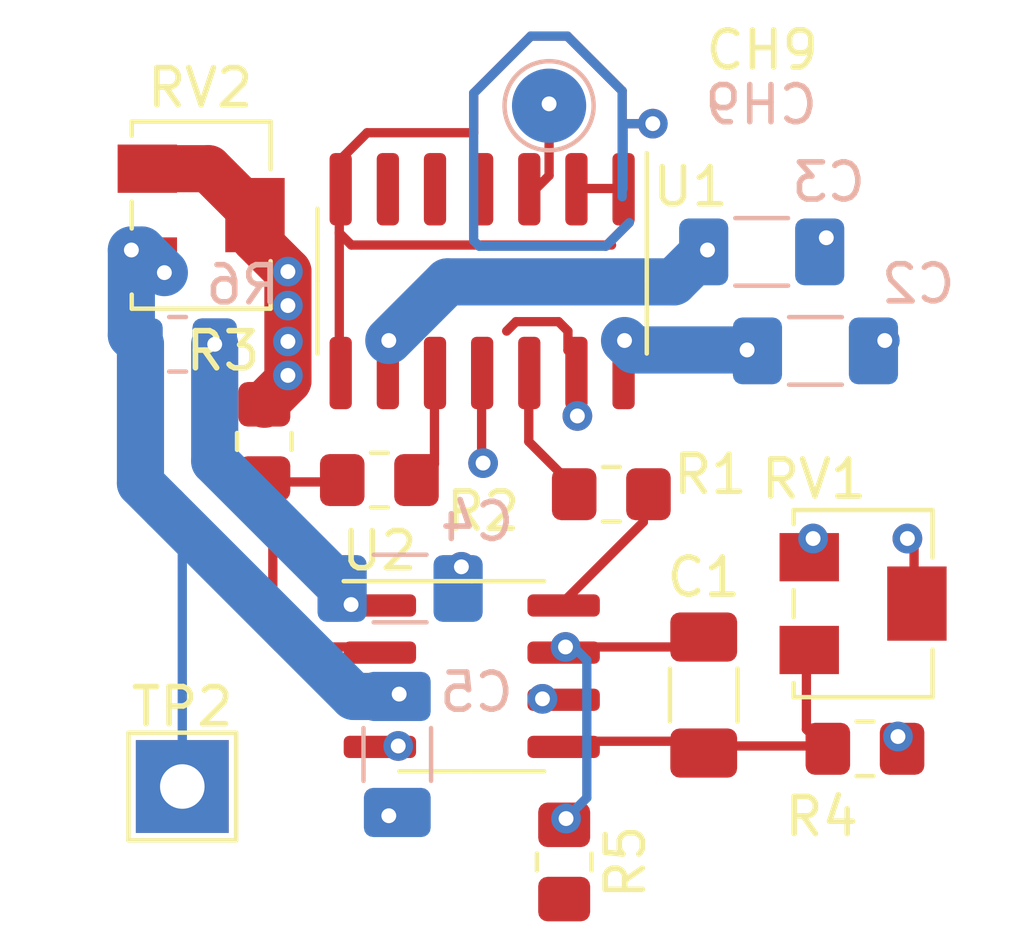
<source format=kicad_pcb>
(kicad_pcb (version 20211014) (generator pcbnew)
  (layers (0 "F.Cu" signal) (1 "In1.Cu" signal) (2 "In2.Cu" signal) (31 "B.Cu" signal) (34 "B.Paste" user) (35 "F.Paste" user) (36 "B.SilkS" user "B.Silkscreen") (37 "F.SilkS" user "F.Silkscreen") (38 "B.Mask" user) (39 "F.Mask" user) (44 "Edge.Cuts" user))
  (net 0 "")
  (net 1 "Net-(C1-Pad1)")
  (net 2 "/CH-OUT")
  (net 3 "Net-(R1-Pad1)")
  (net 4 "Net-(R1-Pad2)")
  (net 5 "Net-(R2-Pad1)")
  (net 6 "Net-(R2-Pad2)")
  (net 7 "GND")
  (net 8 "GNDD")
  (net 9 "/CH-IN")
  (net 13 "-15V")
  (net 14 "+5V")
  (net 15 "+15V")
  (net 16 "+9V")
  (net 17 "VDD")
  (net 18 "Net-(C1-Pad2)")
  (footprint "Resistor_SMD:R_0805_2012Metric_Pad1.20x1.40mm_HandSolder" (layer "F.Cu") (at 106.0196 122.5042 -90)
    (fp_text reference "R5" (at 0 -1.65 90) (layer "F.SilkS"))
    (fp_text value "50")
    (fp_line (start -0.227064 -0.735) (end 0.227064 -0.735) (layer "F.SilkS") (width 0.12))
    (fp_line (start -0.227064 0.735) (end 0.227064 0.735) (layer "F.SilkS") (width 0.12))
    (pad "1" smd roundrect (at -1 0 270) (size 1.2 1.4) (layers "F.Cu" "F.Paste" "F.Mask") (roundrect_rratio 0.208333) (net 18 "Net-(C1-Pad2)"))
    (pad "2" smd roundrect (at 1 0 270) (size 1.2 1.4) (layers "F.Cu" "F.Paste" "F.Mask") (roundrect_rratio 0.208333) (net 2 "/CH-OUT"))
  )
  (footprint "Potentiometer_SMD:Potentiometer_Bourns_3214W_Vertical" (layer "F.Cu") (at 96.2406 105.0798 90)
    (fp_text reference "RV2" (at 3.429 -0.0254 180) (layer "F.SilkS"))
    (fp_text value "0->10k")
    (fp_line (start 1.24 1.87) (end 2.52 1.87) (layer "F.SilkS") (width 0.12))
    (fp_line (start -0.36 -1.87) (end 0.36 -1.87) (layer "F.SilkS") (width 0.12))
    (fp_line (start -2.52 -1.87) (end -2.14 -1.87) (layer "F.SilkS") (width 0.12))
    (fp_line (start -2.52 1.87) (end -1.24 1.87) (layer "F.SilkS") (width 0.12))
    (fp_line (start 2.14 -1.87) (end 2.52 -1.87) (layer "F.SilkS") (width 0.12))
    (fp_line (start 2.52 -1.87) (end 2.52 1.87) (layer "F.SilkS") (width 0.12))
    (fp_line (start -2.52 -1.87) (end -2.52 1.87) (layer "F.SilkS") (width 0.12))
    (pad "1" smd rect (at 1.25 -1.45 90) (size 1.3 1.6) (layers "F.Cu" "F.Paste" "F.Mask") (net 7 "GND"))
    (pad "2" smd rect (at 0 1.45 90) (size 2 1.6) (layers "F.Cu" "F.Paste" "F.Mask") (net 7 "GND"))
    (pad "3" smd rect (at -1.25 -1.45 90) (size 1.3 1.6) (layers "F.Cu" "F.Paste" "F.Mask") (net 17 "VDD"))
  )
  (footprint "Resistor_SMD:R_0805_2012Metric_Pad1.20x1.40mm_HandSolder" (layer "F.Cu") (at 114.1222 119.4562)
    (fp_text reference "R4" (at -1.1684 1.8288) (layer "F.SilkS"))
    (fp_text value "2.2k")
    (fp_line (start -0.227064 0.735) (end 0.227064 0.735) (layer "F.SilkS") (width 0.12))
    (fp_line (start -0.227064 -0.735) (end 0.227064 -0.735) (layer "F.SilkS") (width 0.12))
    (pad "1" smd roundrect (at -1 0) (size 1.2 1.4) (layers "F.Cu" "F.Paste" "F.Mask") (roundrect_rratio 0.208333) (net 1 "Net-(C1-Pad1)"))
    (pad "2" smd roundrect (at 1 0) (size 1.2 1.4) (layers "F.Cu" "F.Paste" "F.Mask") (roundrect_rratio 0.208333) (net 8 "GNDD"))
  )
  (footprint "TestPoint:TestPoint_THTPad_2.5x2.5mm_Drill1.2mm" (layer "F.Cu") (at 95.7326 120.4722)
    (fp_text reference "TP2" (at 0 -2.148) (layer "F.SilkS"))
    (fp_text value "TestPoint_Alt")
    (fp_line (start 1.45 1.45) (end -1.45 1.45) (layer "F.SilkS") (width 0.12))
    (fp_line (start -1.45 1.45) (end -1.45 -1.45) (layer "F.SilkS") (width 0.12))
    (fp_line (start -1.45 -1.45) (end 1.45 -1.45) (layer "F.SilkS") (width 0.12))
    (fp_line (start 1.45 -1.45) (end 1.45 1.45) (layer "F.SilkS") (width 0.12))
    (pad "1" thru_hole rect (at 0 0) (size 2.5 2.5) (drill 1.2) (layers *.Cu *.Mask) (net 17 "VDD"))
  )
  (footprint "Resistor_SMD:R_0805_2012Metric_Pad1.20x1.40mm_HandSolder" (layer "F.Cu") (at 107.2896 112.5982)
    (fp_text reference "R1" (at 2.667 -0.5334) (layer "F.SilkS"))
    (fp_text value "50")
    (fp_line (start -0.227064 0.735) (end 0.227064 0.735) (layer "F.SilkS") (width 0.12))
    (fp_line (start -0.227064 -0.735) (end 0.227064 -0.735) (layer "F.SilkS") (width 0.12))
    (pad "1" smd roundrect (at -1 0) (size 1.2 1.4) (layers "F.Cu" "F.Paste" "F.Mask") (roundrect_rratio 0.208333) (net 3 "Net-(R1-Pad1)"))
    (pad "2" smd roundrect (at 1 0) (size 1.2 1.4) (layers "F.Cu" "F.Paste" "F.Mask") (roundrect_rratio 0.208333) (net 4 "Net-(R1-Pad2)"))
  )
  (footprint "Package_SO:SOIC-8_3.9x4.9mm_P1.27mm" (layer "F.Cu") (at 103.5304 117.5004)
    (fp_text reference "U2" (at -2.4892 -3.3782) (layer "F.SilkS"))
    (fp_text value "AD8561")
    (fp_line (start 0 -2.56) (end -3.45 -2.56) (layer "F.SilkS") (width 0.12))
    (fp_line (start 0 -2.56) (end 1.95 -2.56) (layer "F.SilkS") (width 0.12))
    (fp_line (start 0 2.56) (end -1.95 2.56) (layer "F.SilkS") (width 0.12))
    (fp_line (start 0 2.56) (end 1.95 2.56) (layer "F.SilkS") (width 0.12))
    (pad "1" smd roundrect (at -2.475 -1.905) (size 1.95 0.6) (layers "F.Cu" "F.Paste" "F.Mask") (net 16 "+9V"))
    (pad "2" smd roundrect (at -2.475 -0.635) (size 1.95 0.6) (layers "F.Cu" "F.Paste" "F.Mask") (net 6 "Net-(R2-Pad2)"))
    (pad "3" smd roundrect (at -2.475 0.635) (size 1.95 0.6) (layers "F.Cu" "F.Paste" "F.Mask") (net 17 "VDD"))
    (pad "4" smd roundrect (at -2.475 1.905) (size 1.95 0.6) (layers "F.Cu" "F.Paste" "F.Mask") (net 7 "GND"))
    (pad "5" smd roundrect (at 2.475 1.905) (size 1.95 0.6) (layers "F.Cu" "F.Paste" "F.Mask") (net 1 "Net-(C1-Pad1)"))
    (pad "6" smd roundrect (at 2.475 0.635) (size 1.95 0.6) (layers "F.Cu" "F.Paste" "F.Mask") (net 8 "GNDD"))
    (pad "7" smd roundrect (at 2.475 -0.635) (size 1.95 0.6) (layers "F.Cu" "F.Paste" "F.Mask") (net 18 "Net-(C1-Pad2)"))
    (pad "8" smd roundrect (at 2.475 -1.905) (size 1.95 0.6) (layers "F.Cu" "F.Paste" "F.Mask") (net 4 "Net-(R1-Pad2)"))
  )
  (footprint "Capacitor_SMD:C_1206_3216Metric_Pad1.33x1.80mm_HandSolder" (layer "F.Cu") (at 109.7788 118.0084 90)
    (fp_text reference "C1" (at 3.175 0 180) (layer "F.SilkS"))
    (fp_text value "10n")
    (fp_line (start -0.711252 0.91) (end 0.711252 0.91) (layer "F.SilkS") (width 0.12))
    (fp_line (start -0.711252 -0.91) (end 0.711252 -0.91) (layer "F.SilkS") (width 0.12))
    (pad "1" smd roundrect (at -1.5625 0 90) (size 1.325 1.8) (layers "F.Cu" "F.Paste" "F.Mask") (roundrect_rratio 0.188679) (net 1 "Net-(C1-Pad1)"))
    (pad "2" smd roundrect (at 1.5625 0 90) (size 1.325 1.8) (layers "F.Cu" "F.Paste" "F.Mask") (roundrect_rratio 0.188679) (net 18 "Net-(C1-Pad2)"))
  )
  (footprint "Package_SO:SOIC-14_3.9x8.7mm_P1.27mm" (layer "F.Cu") (at 103.8098 106.8578 -90)
    (fp_text reference "U1" (at -2.54 -5.6134 180) (layer "F.SilkS"))
    (fp_text value "IVC102")
    (fp_line (start 0 4.435) (end -1.95 4.435) (layer "F.SilkS") (width 0.12))
    (fp_line (start 0 -4.435) (end -3.45 -4.435) (layer "F.SilkS") (width 0.12))
    (fp_line (start 0 -4.435) (end 1.95 -4.435) (layer "F.SilkS") (width 0.12))
    (fp_line (start 0 4.435) (end 1.95 4.435) (layer "F.SilkS") (width 0.12))
    (pad "1" smd roundrect (at -2.475 -3.81 270) (size 1.95 0.6) (layers "F.Cu" "F.Paste" "F.Mask") (net 7 "GND"))
    (pad "2" smd roundrect (at -2.475 -2.54 270) (size 1.95 0.6) (layers "F.Cu" "F.Paste" "F.Mask") (net 7 "GND"))
    (pad "3" smd roundrect (at -2.475 -1.27 270) (size 1.95 0.6) (layers "F.Cu" "F.Paste" "F.Mask") (net 9 "/CH-IN"))
    (pad "4" smd roundrect (at -2.475 0 270) (size 1.95 0.6) (layers "F.Cu" "F.Paste" "F.Mask"))
    (pad "5" smd roundrect (at -2.475 1.27 270) (size 1.95 0.6) (layers "F.Cu" "F.Paste" "F.Mask"))
    (pad "6" smd roundrect (at -2.475 2.54 270) (size 1.95 0.6) (layers "F.Cu" "F.Paste" "F.Mask"))
    (pad "7" smd roundrect (at -2.475 3.81 270) (size 1.95 0.6) (layers "F.Cu" "F.Paste" "F.Mask") (net 7 "GND"))
    (pad "8" smd roundrect (at 2.475 3.81 270) (size 1.95 0.6) (layers "F.Cu" "F.Paste" "F.Mask") (net 7 "GND"))
    (pad "9" smd roundrect (at 2.475 2.54 270) (size 1.95 0.6) (layers "F.Cu" "F.Paste" "F.Mask") (net 13 "-15V"))
    (pad "10" smd roundrect (at 2.475 1.27 270) (size 1.95 0.6) (layers "F.Cu" "F.Paste" "F.Mask") (net 5 "Net-(R2-Pad1)"))
    (pad "11" smd roundrect (at 2.475 0 270) (size 1.95 0.6) (layers "F.Cu" "F.Paste" "F.Mask") (net 14 "+5V"))
    (pad "12" smd roundrect (at 2.475 -1.27 270) (size 1.95 0.6) (layers "F.Cu" "F.Paste" "F.Mask") (net 3 "Net-(R1-Pad1)"))
    (pad "13" smd roundrect (at 2.475 -2.54 270) (size 1.95 0.6) (layers "F.Cu" "F.Paste" "F.Mask") (net 8 "GNDD"))
    (pad "14" smd roundrect (at 2.475 -3.81 270) (size 1.95 0.6) (layers "F.Cu" "F.Paste" "F.Mask") (net 15 "+15V"))
  )
  (footprint "Resistor_SMD:R_0805_2012Metric_Pad1.20x1.40mm_HandSolder" (layer "F.Cu") (at 101.0412 112.2172 180)
    (fp_text reference "R2" (at -2.794 -0.8382) (layer "F.SilkS"))
    (fp_text value "3k")
    (fp_line (start -0.227064 -0.735) (end 0.227064 -0.735) (layer "F.SilkS") (width 0.12))
    (fp_line (start -0.227064 0.735) (end 0.227064 0.735) (layer "F.SilkS") (width 0.12))
    (pad "1" smd roundrect (at -1 0 180) (size 1.2 1.4) (layers "F.Cu" "F.Paste" "F.Mask") (roundrect_rratio 0.208333) (net 5 "Net-(R2-Pad1)"))
    (pad "2" smd roundrect (at 1 0 180) (size 1.2 1.4) (layers "F.Cu" "F.Paste" "F.Mask") (roundrect_rratio 0.208333) (net 6 "Net-(R2-Pad2)"))
  )
  (footprint "Resistor_SMD:R_0805_2012Metric_Pad1.20x1.40mm_HandSolder" (layer "F.Cu") (at 97.9424 111.1758 -90)
    (fp_text reference "R3" (at -2.4384 1.1176 180) (layer "F.SilkS"))
    (fp_text value "1k")
    (fp_line (start -0.227064 -0.735) (end 0.227064 -0.735) (layer "F.SilkS") (width 0.12))
    (fp_line (start -0.227064 0.735) (end 0.227064 0.735) (layer "F.SilkS") (width 0.12))
    (pad "1" smd roundrect (at -1 0 270) (size 1.2 1.4) (layers "F.Cu" "F.Paste" "F.Mask") (roundrect_rratio 0.208333) (net 7 "GND"))
    (pad "2" smd roundrect (at 1 0 270) (size 1.2 1.4) (layers "F.Cu" "F.Paste" "F.Mask") (roundrect_rratio 0.208333) (net 6 "Net-(R2-Pad2)"))
  )
  (footprint "Potentiometer_SMD:Potentiometer_Bourns_3214W_Vertical" (layer "F.Cu") (at 114.0714 115.5446 90)
    (fp_text reference "RV1" (at 3.3528 -1.3208 180) (layer "F.SilkS"))
    (fp_text value "0->10k")
    (fp_line (start -2.52 1.87) (end -1.24 1.87) (layer "F.SilkS") (width 0.12))
    (fp_line (start -2.52 -1.87) (end -2.14 -1.87) (layer "F.SilkS") (width 0.12))
    (fp_line (start 1.24 1.87) (end 2.52 1.87) (layer "F.SilkS") (width 0.12))
    (fp_line (start 2.52 -1.87) (end 2.52 1.87) (layer "F.SilkS") (width 0.12))
    (fp_line (start 2.14 -1.87) (end 2.52 -1.87) (layer "F.SilkS") (width 0.12))
    (fp_line (start -0.36 -1.87) (end 0.36 -1.87) (layer "F.SilkS") (width 0.12))
    (fp_line (start -2.52 -1.87) (end -2.52 1.87) (layer "F.SilkS") (width 0.12))
    (pad "1" smd rect (at 1.25 -1.45 90) (size 1.3 1.6) (layers "F.Cu" "F.Paste" "F.Mask") (net 8 "GNDD"))
    (pad "2" smd rect (at 0 1.45 90) (size 2 1.6) (layers "F.Cu" "F.Paste" "F.Mask") (net 8 "GNDD"))
    (pad "3" smd rect (at -1.25 -1.45 90) (size 1.3 1.6) (layers "F.Cu" "F.Paste" "F.Mask") (net 1 "Net-(C1-Pad1)"))
  )
  (footprint "TestPoint:TestPoint_Pad_D2.0mm" (layer "B.Cu") (at 105.6132 102.1334 180)
    (fp_text reference "CH9" (at -5.715 0.0254) (layer "B.SilkS") (effects (justify mirror)))
    (fp_text value "TestPoint_Pad_D2.0mm")
    (fp_circle (center 0 0) (end 0 -1.2) (layer "B.SilkS") (width 0.12) (fill none))
    (pad "1" smd circle (at 0 0 180) (size 2 2) (layers "B.Cu" "B.Mask"))
  )
  (footprint "Capacitor_SMD:C_1206_3216Metric_Pad1.33x1.80mm_HandSolder" (layer "B.Cu") (at 101.5238 119.6086 -90)
    (fp_text reference "C5" (at -1.6764 -2.1336 180) (layer "B.SilkS") (effects (justify mirror)))
    (fp_text value "0.1u")
    (fp_line (start -0.711252 0.91) (end 0.711252 0.91) (layer "B.SilkS") (width 0.12))
    (fp_line (start -0.711252 -0.91) (end 0.711252 -0.91) (layer "B.SilkS") (width 0.12))
    (pad "1" smd roundrect (at -1.5625 0 270) (size 1.325 1.8) (layers "B.Cu" "B.Paste" "B.Mask") (roundrect_rratio 0.188679) (net 17 "VDD"))
    (pad "2" smd roundrect (at 1.5625 0 270) (size 1.325 1.8) (layers "B.Cu" "B.Paste" "B.Mask") (roundrect_rratio 0.188679) (net 7 "GND"))
  )
  (footprint "Capacitor_SMD:C_1206_3216Metric_Pad1.33x1.80mm_HandSolder" (layer "B.Cu") (at 101.6 115.1382)
    (fp_text reference "C4" (at 2.0697 -1.8034) (layer "B.SilkS") (effects (justify mirror)))
    (fp_text value "0.1u")
    (fp_line (start -0.711252 -0.91) (end 0.711252 -0.91) (layer "B.SilkS") (width 0.12))
    (fp_line (start -0.711252 0.91) (end 0.711252 0.91) (layer "B.SilkS") (width 0.12))
    (pad "1" smd roundrect (at -1.5625 0) (size 1.325 1.8) (layers "B.Cu" "B.Paste" "B.Mask") (roundrect_rratio 0.188679) (net 16 "+9V"))
    (pad "2" smd roundrect (at 1.5625 0) (size 1.325 1.8) (layers "B.Cu" "B.Paste" "B.Mask") (roundrect_rratio 0.188679) (net 7 "GND"))
  )
  (footprint "Capacitor_SMD:C_1206_3216Metric_Pad1.33x1.80mm_HandSolder" (layer "B.Cu") (at 112.7883 108.7374)
    (fp_text reference "C2" (at 2.7686 -1.8034) (layer "B.SilkS") (effects (justify mirror)))
    (fp_text value "0.1u")
    (fp_line (start -0.711252 0.91) (end 0.711252 0.91) (layer "B.SilkS") (width 0.12))
    (fp_line (start -0.711252 -0.91) (end 0.711252 -0.91) (layer "B.SilkS") (width 0.12))
    (pad "1" smd roundrect (at -1.5625 0) (size 1.325 1.8) (layers "B.Cu" "B.Paste" "B.Mask") (roundrect_rratio 0.188679) (net 15 "+15V"))
    (pad "2" smd roundrect (at 1.5625 0) (size 1.325 1.8) (layers "B.Cu" "B.Paste" "B.Mask") (roundrect_rratio 0.188679) (net 7 "GND"))
  )
  (footprint "Resistor_SMD:R_0805_2012Metric_Pad1.20x1.40mm_HandSolder" (layer "B.Cu") (at 95.6056 108.5596)
    (fp_text reference "R6" (at 1.7526 -1.6002) (layer "B.SilkS") (effects (justify mirror)))
    (fp_text value "1k")
    (fp_line (start -0.227064 -0.735) (end 0.227064 -0.735) (layer "B.SilkS") (width 0.12))
    (fp_line (start -0.227064 0.735) (end 0.227064 0.735) (layer "B.SilkS") (width 0.12))
    (pad "1" smd roundrect (at -1 0) (size 1.2 1.4) (layers "B.Cu" "B.Paste" "B.Mask") (roundrect_rratio 0.208333) (net 17 "VDD"))
    (pad "2" smd roundrect (at 1 0) (size 1.2 1.4) (layers "B.Cu" "B.Paste" "B.Mask") (roundrect_rratio 0.208333) (net 16 "+9V"))
  )
  (footprint "Capacitor_SMD:C_1206_3216Metric_Pad1.33x1.80mm_HandSolder" (layer "B.Cu") (at 111.3405 106.0704)
    (fp_text reference "C3" (at 1.8034 -1.8796) (layer "B.SilkS") (effects (justify mirror)))
    (fp_text value "0.1u")
    (fp_line (start -0.711252 0.91) (end 0.711252 0.91) (layer "B.SilkS") (width 0.12))
    (fp_line (start -0.711252 -0.91) (end 0.711252 -0.91) (layer "B.SilkS") (width 0.12))
    (pad "1" smd roundrect (at -1.5625 0) (size 1.325 1.8) (layers "B.Cu" "B.Paste" "B.Mask") (roundrect_rratio 0.188679) (net 13 "-15V"))
    (pad "2" smd roundrect (at 1.5625 0) (size 1.325 1.8) (layers "B.Cu" "B.Paste" "B.Mask") (roundrect_rratio 0.188679) (net 7 "GND"))
  )
  (gr_text "CH9" (at 111.3536 100.6348) (layer "F.SilkS") (effects (font (size 1 1))))
  (segment (start 109.2577 119.253) (end 109.4232 119.4185) (width 0.25) (layer "F.Cu") (net 1))
  (segment (start 106.0562 119.253) (end 109.2577 119.253) (width 0.25) (layer "F.Cu") (net 1))
  (segment (start 112.5452 118.93) (end 112.9952 119.38) (width 0.25) (layer "F.Cu") (net 1))
  (segment (start 112.9952 119.38) (end 109.4617 119.38) (width 0.25) (layer "F.Cu") (net 1))
  (segment (start 112.5452 116.546) (end 112.5452 118.93) (width 0.25) (layer "F.Cu") (net 1))
  (segment (start 109.4617 119.38) (end 109.4232 119.4185) (width 0.25) (layer "F.Cu") (net 1))
  (segment (start 105.06545 109.312749) (end 105.06545 111.18025) (width 0.25) (layer "F.Cu") (net 3))
  (segment (start 105.06545 111.18025) (end 106.1532 112.268) (width 0.25) (layer "F.Cu") (net 3))
  (segment (start 108.1532 112.268) (end 108.1532 113.346) (width 0.25) (layer "F.Cu") (net 4))
  (segment (start 108.1532 113.346) (end 106.0562 115.443) (width 0.25) (layer "F.Cu") (net 4))
  (segment (start 102.52545 109.312749) (end 102.52545 111.78375) (width 0.25) (layer "F.Cu") (net 5))
  (segment (start 102.52545 111.78375) (end 102.0412 112.268) (width 0.25) (layer "F.Cu") (net 5))
  (segment (start 98.298 116.713) (end 101.538 116.713) (width 0.25) (layer "F.Cu") (net 6))
  (segment (start 98.171 116.586) (end 98.298 116.713) (width 0.25) (layer "F.Cu") (net 6))
  (segment (start 98.171 112.252) (end 98.171 116.586) (width 0.25) (layer "F.Cu") (net 6))
  (segment (start 100.0412 112.268) (end 97.7552 112.268) (width 0.25) (layer "F.Cu") (net 6))
  (segment (start 97.7552 112.268) (end 97.7392 112.252) (width 0.25) (layer "F.Cu") (net 6))
  (segment (start 103.5812 101.797498) (end 103.5812 102.860999) (width 0.25) (layer "F.Cu") (net 7))
  (segment (start 98.5774 109.3978) (end 98.5774 109.5408) (width 1.27) (layer "F.Cu") (net 7))
  (segment (start 107.1372 105.918) (end 107.7722 105.283) (width 0.25) (layer "F.Cu") (net 7))
  (segment (start 94.7906 103.8298) (end 96.4406 103.8298) (width 1.27) (layer "F.Cu") (net 7))
  (segment (start 107.5817 104.586) (end 107.5817 101.733998) (width 0.25) (layer "F.Cu") (net 7))
  (segment (start 103.5812 102.860999) (end 100.711701 102.860999) (width 0.25) (layer "F.Cu") (net 7))
  (segment (start 106.105201 100.257499) (end 105.121199 100.257499) (width 0.25) (layer "F.Cu") (net 7))
  (segment (start 96.4406 103.8298) (end 97.6906 105.0798) (width 1.27) (layer "F.Cu") (net 7))
  (segment (start 97.6906 105.0798) (end 97.6906 105.7148) (width 1.27) (layer "F.Cu") (net 7))
  (segment (start 108.4072 102.616) (end 107.6452 102.616) (width 0.25) (layer "F.Cu") (net 7))
  (segment (start 107.60545 104.362749) (end 106.33545 104.362749) (width 0.25) (layer "F.Cu") (net 7))
  (segment (start 98.5774 106.6016) (end 98.5774 109.3978) (width 1.27) (layer "F.Cu") (net 7))
  (segment (start 97.6906 105.7148) (end 98.5774 106.6016) (width 1.27) (layer "F.Cu") (net 7))
  (segment (start 105.121199 100.257499) (end 103.5812 101.797498) (width 0.25) (layer "F.Cu") (net 7))
  (segment (start 107.60545 102.65575) (end 107.60545 104.362749) (width 0.25) (layer "F.Cu") (net 7))
  (segment (start 107.5817 101.733998) (end 106.105201 100.257499) (width 0.25) (layer "F.Cu") (net 7))
  (segment (start 107.6452 102.616) (end 107.60545 102.65575) (width 0.25) (layer "F.Cu") (net 7))
  (segment (start 99.98545 108.742445) (end 99.98545 109.312749) (width 0.25) (layer "F.Cu") (net 7))
  (segment (start 99.9617 104.586) (end 99.9617 109.982) (width 0.25) (layer "F.Cu") (net 7))
  (segment (start 100.711701 102.860999) (end 99.9617 103.611) (width 0.25) (layer "F.Cu") (net 7))
  (segment (start 99.9617 105.561) (end 100.28671 105.88601) (width 0.25) (layer "F.Cu") (net 7))
  (segment (start 100.28671 105.88601) (end 107.29619 105.88601) (width 0.25) (layer "F.Cu") (net 7))
  (segment (start 98.5774 109.5408) (end 97.9424 110.1758) (width 1.27) (layer "F.Cu") (net 7))
  (via (at 108.4072 102.616) (size 0.8) (drill 0.4) (layers "F.Cu" "B.Cu") (net 7))
  (via (at 98.5774 107.516) (size 0.8) (drill 0.4) (layers "F.Cu" "B.Cu") (net 7))
  (via (at 101.5492 119.38) (size 0.8) (drill 0.4) (layers "F.Cu" "B.Cu") (net 7))
  (via (at 103.251 114.554) (size 0.8) (drill 0.4) (layers "F.Cu" "B.Cu") (net 7))
  (via (at 113.0808 105.6894) (size 0.8) (drill 0.4) (layers "F.Cu" "B.Cu") (net 7))
  (via (at 101.2952 121.2596) (size 0.8) (drill 0.4) (layers "F.Cu" "B.Cu") (net 7))
  (via (at 98.5774 108.4834) (size 0.8) (drill 0.4) (layers "F.Cu" "B.Cu") (net 7))
  (via (at 98.5774 106.6016) (size 0.8) (drill 0.4) (layers "F.Cu" "B.Cu") (net 7))
  (via (at 98.5774 109.3978) (size 0.8) (drill 0.4) (layers "F.Cu" "B.Cu") (net 7))
  (via (at 114.6556 108.458) (size 0.8) (drill 0.4) (layers "F.Cu" "B.Cu") (net 7))
  (segment (start 107.60545 102.65575) (end 107.60545 104.362749) (width 0.25) (layer "B.Cu") (net 7))
  (segment (start 105.121199 100.257499) (end 103.5812 101.797498) (width 0.25) (layer "B.Cu") (net 7))
  (segment (start 103.7321 105.918) (end 107.1372 105.918) (width 0.25) (layer "B.Cu") (net 7))
  (segment (start 107.5817 104.586) (end 107.5817 101.733998) (width 0.25) (layer "B.Cu") (net 7))
  (segment (start 108.4072 102.616) (end 107.6452 102.616) (width 0.25) (layer "B.Cu") (net 7))
  (segment (start 106.105201 100.257499) (end 105.121199 100.257499) (width 0.25) (layer "B.Cu") (net 7))
  (segment (start 103.5812 105.7671) (end 103.7321 105.918) (width 0.25) (layer "B.Cu") (net 7))
  (segment (start 103.5812 101.797498) (end 103.5812 105.7671) (width 0.25) (layer "B.Cu") (net 7))
  (segment (start 107.1372 105.918) (end 107.7722 105.283) (width 0.25) (layer "B.Cu") (net 7))
  (segment (start 107.5817 101.733998) (end 106.105201 100.257499) (width 0.25) (layer "B.Cu") (net 7))
  (segment (start 106.33545 108.935998) (end 106.1212 108.721748) (width 0.25) (layer "F.Cu") (net 8))
  (segment (start 104.7242 107.95) (end 104.4702 108.204) (width 0.25) (layer "F.Cu") (net 8))
  (segment (start 106.3752 109.352499) (end 106.33545 109.312749) (width 0.25) (layer "F.Cu") (net 8))
  (segment (start 106.1212 108.721748) (end 106.1212 108.204) (width 0.25) (layer "F.Cu") (net 8))
  (segment (start 115.4452 115.296) (end 115.4452 113.972) (width 0.25) (layer "F.Cu") (net 8))
  (segment (start 105.8672 107.95) (end 104.7242 107.95) (width 0.25) (layer "F.Cu") (net 8))
  (segment (start 115.4452 113.972) (end 115.2652 113.792) (width 0.25) (layer "F.Cu") (net 8))
  (segment (start 106.3752 110.49) (end 106.3752 109.352499) (width 0.25) (layer "F.Cu") (net 8))
  (segment (start 106.33545 109.312749) (end 106.33545 108.935998) (width 0.25) (layer "F.Cu") (net 8))
  (segment (start 106.1212 108.204) (end 105.8672 107.95) (width 0.25) (layer "F.Cu") (net 8))
  (via (at 105.4354 118.11) (size 0.8) (drill 0.4) (layers "F.Cu" "B.Cu") (net 8))
  (via (at 115.2652 113.792) (size 0.8) (drill 0.4) (layers "F.Cu" "B.Cu") (net 8))
  (via (at 106.3752 110.49) (size 0.8) (drill 0.4) (layers "F.Cu" "B.Cu") (net 8))
  (via (at 115.0112 119.126) (size 0.8) (drill 0.4) (layers "F.Cu" "B.Cu") (net 8))
  (via (at 112.7252 113.792) (size 0.8) (drill 0.4) (layers "F.Cu" "B.Cu") (net 8))
  (segment (start 105.6132 102.0826) (end 105.6132 104.0145) (width 0.25) (layer "F.Cu") (net 9))
  (segment (start 105.6132 104.0145) (end 105.0417 104.586) (width 0.25) (layer "F.Cu") (net 9))
  (via (at 105.6132 102.0826) (size 0.8) (drill 0.4) (layers "F.Cu" "B.Cu") (net 9))
  (segment (start 101.2952 108.458) (end 101.2952 109.272999) (width 0.25) (layer "F.Cu") (net 13))
  (segment (start 101.2952 109.272999) (end 101.25545 109.312749) (width 0.25) (layer "F.Cu") (net 13))
  (via (at 109.8804 106.0196) (size 0.8) (drill 0.4) (layers "F.Cu" "B.Cu") (net 13))
  (via (at 101.2952 108.458) (size 0.8) (drill 0.4) (layers "F.Cu" "B.Cu") (net 13))
  (segment (start 102.8752 106.878) (end 101.2952 108.458) (width 1.27) (layer "B.Cu") (net 13))
  (segment (start 109.778 106.0704) (end 108.9704 106.878) (width 1.27) (layer "B.Cu") (net 13))
  (segment (start 108.9704 106.878) (end 102.8752 106.878) (width 1.27) (layer "B.Cu") (net 13))
  (segment (start 103.79545 111.72025) (end 103.8352 111.76) (width 0.25) (layer "F.Cu") (net 14))
  (segment (start 103.79545 109.312749) (end 103.79545 111.72025) (width 0.25) (layer "F.Cu") (net 14))
  (via (at 103.8352 111.76) (size 0.8) (drill 0.4) (layers "F.Cu" "B.Cu") (net 14))
  (via (at 107.6452 108.458) (size 0.8) (drill 0.4) (layers "F.Cu" "B.Cu") (net 15))
  (via (at 110.9472 108.712) (size 0.8) (drill 0.4) (layers "F.Cu" "B.Cu") (net 15))
  (segment (start 110.9472 108.712) (end 107.8992 108.712) (width 1.27) (layer "B.Cu") (net 15))
  (segment (start 107.8992 108.712) (end 107.6452 108.458) (width 1.27) (layer "B.Cu") (net 15))
  (via (at 100.2792 115.57) (size 0.8) (drill 0.4) (layers "F.Cu" "B.Cu") (net 16))
  (via (at 96.6056 108.5596) (size 0.8) (drill 0.4) (layers "F.Cu" "B.Cu") (net 16))
  (segment (start 96.6056 111.7063) (end 100.0375 115.1382) (width 1.27) (layer "B.Cu") (net 16))
  (segment (start 99.9867 115.2775) (end 100.2792 115.57) (width 0.25) (layer "B.Cu") (net 16))
  (segment (start 96.6056 108.5596) (end 96.6056 111.7063) (width 1.27) (layer "B.Cu") (net 16))
  (via (at 94.361 106.0196) (size 0.8) (drill 0.4) (layers "F.Cu" "B.Cu") (net 17))
  (via (at 95.25 106.6292) (size 0.8) (drill 0.4) (layers "F.Cu" "B.Cu") (net 17))
  (via (at 101.5746 117.983) (size 0.8) (drill 0.4) (layers "F.Cu" "B.Cu") (net 17))
  (segment (start 95.7326 121.0564) (end 95.7326 113.430222) (width 0.25) (layer "B.Cu") (net 17))
  (segment (start 94.361 108.315) (end 94.6056 108.5596) (width 1.27) (layer "B.Cu") (net 17))
  (segment (start 100.348478 118.0461) (end 101.5238 118.0461) (width 1.27) (layer "B.Cu") (net 17))
  (segment (start 94.361 106.0196) (end 94.361 108.315) (width 1.27) (layer "B.Cu") (net 17))
  (segment (start 95.265789 112.963411) (end 100.348478 118.0461) (width 1.27) (layer "B.Cu") (net 17))
  (segment (start 94.6404 106.0196) (end 95.25 106.6292) (width 1.27) (layer "B.Cu") (net 17))
  (segment (start 94.361 106.0196) (end 94.6404 106.0196) (width 1.27) (layer "B.Cu") (net 17))
  (segment (start 95.7326 113.430222) (end 95.265789 112.963411) (width 0.25) (layer "B.Cu") (net 17))
  (segment (start 94.6056 112.303222) (end 95.265789 112.963411) (width 1.27) (layer "B.Cu") (net 17))
  (segment (start 94.6056 108.5596) (end 94.6056 112.303222) (width 1.27) (layer "B.Cu") (net 17))
  (segment (start 106.0562 116.713) (end 109.0037 116.713) (width 0.25) (layer "F.Cu") (net 18))
  (segment (start 109.0037 116.713) (end 109.4232 116.2935) (width 0.25) (layer "F.Cu") (net 18))
  (via (at 106.0704 121.3358) (size 0.8) (drill 0.4) (layers "F.Cu" "B.Cu") (net 18))
  (via (at 106.0562 116.713) (size 0.8) (drill 0.4) (layers "F.Cu" "B.Cu") (net 18))
  (segment (start 106.0562 116.713) (end 106.2736 116.713) (width 0.25) (layer "B.Cu") (net 18))
  (segment (start 106.6292 117.0686) (end 106.6292 120.777) (width 0.25) (layer "B.Cu") (net 18))
  (segment (start 106.6292 120.777) (end 106.0704 121.3358) (width 0.25) (layer "B.Cu") (net 18))
  (segment (start 106.2736 116.713) (end 106.6292 117.0686) (width 0.25) (layer "B.Cu") (net 18))
)
</source>
